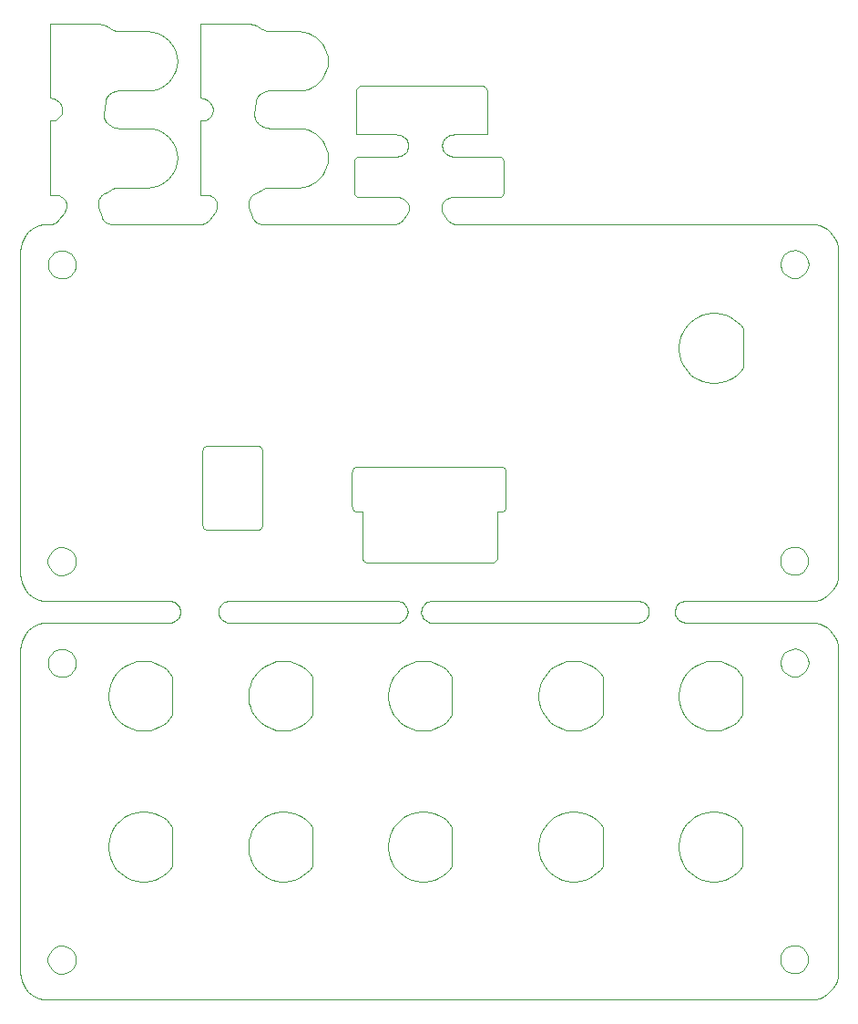
<source format=gko>
%MOIN*%
%OFA0B0*%
%FSLAX44Y44*%
%IPPOS*%
%LPD*%
%ADD10C,0*%
D10*
X00001685Y00015575D02*
X00001685Y00015575D01*
X00001574Y00015581D01*
X00001468Y00015611D01*
X00001370Y00015662D01*
X00001285Y00015734D01*
X00001218Y00015822D01*
X00001172Y00015923D01*
X00001148Y00016031D01*
X00001148Y00016141D01*
X00001172Y00016250D01*
X00001218Y00016350D01*
X00001285Y00016438D01*
X00001370Y00016510D01*
X00001468Y00016562D01*
X00001574Y00016591D01*
X00001685Y00016597D01*
X00001794Y00016579D01*
X00001897Y00016538D01*
X00001988Y00016476D01*
X00002064Y00016396D01*
X00002121Y00016301D01*
X00002157Y00016196D01*
X00002169Y00016086D01*
X00002157Y00015976D01*
X00002121Y00015871D01*
X00002064Y00015776D01*
X00001988Y00015696D01*
X00001897Y00015634D01*
X00001794Y00015593D01*
X00001685Y00015575D01*
X00028488Y00015591D02*
X00028488Y00015591D01*
X00028377Y00015597D01*
X00028271Y00015626D01*
X00028173Y00015678D01*
X00028089Y00015750D01*
X00028022Y00015838D01*
X00027975Y00015938D01*
X00027951Y00016047D01*
X00027951Y00016157D01*
X00027975Y00016265D01*
X00028022Y00016366D01*
X00028089Y00016454D01*
X00028173Y00016525D01*
X00028271Y00016577D01*
X00028377Y00016607D01*
X00028488Y00016613D01*
X00028597Y00016595D01*
X00028700Y00016554D01*
X00028791Y00016492D01*
X00028868Y00016412D01*
X00028925Y00016317D01*
X00028960Y00016212D01*
X00028972Y00016102D01*
X00028960Y00015992D01*
X00028925Y00015887D01*
X00028868Y00015792D01*
X00028791Y00015712D01*
X00028700Y00015650D01*
X00028597Y00015609D01*
X00028488Y00015591D01*
X00012854Y00016043D02*
X00012854Y00016043D01*
X00012823Y00016045D01*
X00012793Y00016052D01*
X00012764Y00016064D01*
X00012738Y00016080D01*
X00012715Y00016100D01*
X00012695Y00016124D01*
X00012678Y00016150D01*
X00012667Y00016179D01*
X00012659Y00016209D01*
X00012657Y00016240D01*
X00012657Y00017893D01*
X00012480Y00017893D01*
X00012449Y00017896D01*
X00012419Y00017903D01*
X00012390Y00017915D01*
X00012364Y00017931D01*
X00012341Y00017951D01*
X00012321Y00017974D01*
X00012304Y00018001D01*
X00012293Y00018029D01*
X00012285Y00018059D01*
X00012283Y00018090D01*
X00012283Y00019350D01*
X00012285Y00019381D01*
X00012293Y00019411D01*
X00012304Y00019439D01*
X00012321Y00019466D01*
X00012341Y00019489D01*
X00012364Y00019509D01*
X00012390Y00019525D01*
X00012419Y00019537D01*
X00012449Y00019544D01*
X00012480Y00019547D01*
X00017716Y00019547D01*
X00017747Y00019544D01*
X00017777Y00019537D01*
X00017805Y00019525D01*
X00017832Y00019509D01*
X00017855Y00019489D01*
X00017875Y00019466D01*
X00017891Y00019439D01*
X00017903Y00019411D01*
X00017910Y00019381D01*
X00017913Y00019350D01*
X00017913Y00018090D01*
X00017910Y00018059D01*
X00017903Y00018029D01*
X00017891Y00018001D01*
X00017875Y00017974D01*
X00017855Y00017951D01*
X00017832Y00017931D01*
X00017805Y00017915D01*
X00017777Y00017903D01*
X00017747Y00017896D01*
X00017716Y00017893D01*
X00017598Y00017893D01*
X00017598Y00016240D01*
X00017596Y00016209D01*
X00017588Y00016179D01*
X00017576Y00016150D01*
X00017560Y00016124D01*
X00017540Y00016100D01*
X00017517Y00016080D01*
X00017490Y00016064D01*
X00017462Y00016052D01*
X00017432Y00016045D01*
X00017401Y00016043D01*
X00012854Y00016043D01*
X00008799Y00017224D02*
X00008799Y00017224D01*
X00007007Y00017224D01*
X00006977Y00017226D01*
X00006947Y00017234D01*
X00006918Y00017245D01*
X00006892Y00017262D01*
X00006868Y00017282D01*
X00006848Y00017305D01*
X00006832Y00017331D01*
X00006820Y00017360D01*
X00006813Y00017390D01*
X00006811Y00017421D01*
X00006811Y00020118D01*
X00006813Y00020148D01*
X00006820Y00020178D01*
X00006832Y00020207D01*
X00006848Y00020233D01*
X00006868Y00020257D01*
X00006892Y00020277D01*
X00006918Y00020293D01*
X00006947Y00020305D01*
X00006977Y00020312D01*
X00007007Y00020314D01*
X00008799Y00020314D01*
X00008830Y00020312D01*
X00008860Y00020305D01*
X00008888Y00020293D01*
X00008914Y00020277D01*
X00008938Y00020257D01*
X00008958Y00020233D01*
X00008974Y00020207D01*
X00008986Y00020178D01*
X00008993Y00020148D01*
X00008996Y00020118D01*
X00008996Y00017421D01*
X00008993Y00017390D01*
X00008986Y00017360D01*
X00008974Y00017331D01*
X00008958Y00017305D01*
X00008938Y00017282D01*
X00008914Y00017262D01*
X00008888Y00017245D01*
X00008860Y00017234D01*
X00008830Y00017226D01*
X00008799Y00017224D01*
X00025608Y00022602D02*
X00025608Y00022602D01*
X00025440Y00022602D01*
X00025274Y00022624D01*
X00025113Y00022668D01*
X00024958Y00022732D01*
X00024813Y00022815D01*
X00024681Y00022917D01*
X00024563Y00023036D01*
X00024461Y00023168D01*
X00024377Y00023313D01*
X00024313Y00023468D01*
X00024270Y00023630D01*
X00024248Y00023795D01*
X00024248Y00023963D01*
X00024270Y00024129D01*
X00024313Y00024290D01*
X00024377Y00024445D01*
X00024461Y00024590D01*
X00024563Y00024722D01*
X00024681Y00024841D01*
X00024813Y00024943D01*
X00024958Y00025027D01*
X00025113Y00025091D01*
X00025274Y00025134D01*
X00025440Y00025156D01*
X00025608Y00025156D01*
X00025773Y00025135D01*
X00025935Y00025091D01*
X00026090Y00025028D01*
X00026235Y00024944D01*
X00026368Y00024842D01*
X00026486Y00024724D01*
X00026588Y00024592D01*
X00026588Y00023167D01*
X00026486Y00023034D01*
X00026368Y00022916D01*
X00026235Y00022814D01*
X00026090Y00022731D01*
X00025935Y00022667D01*
X00025773Y00022624D01*
X00025608Y00022602D01*
X00001689Y00026422D02*
X00001689Y00026422D01*
X00001578Y00026428D01*
X00001471Y00026457D01*
X00001374Y00026509D01*
X00001289Y00026581D01*
X00001222Y00026669D01*
X00001176Y00026769D01*
X00001152Y00026877D01*
X00001152Y00026988D01*
X00001176Y00027096D01*
X00001222Y00027196D01*
X00001289Y00027285D01*
X00001374Y00027356D01*
X00001471Y00027408D01*
X00001578Y00027438D01*
X00001689Y00027444D01*
X00001798Y00027426D01*
X00001901Y00027385D01*
X00001992Y00027323D01*
X00002068Y00027242D01*
X00002125Y00027147D01*
X00002161Y00027043D01*
X00002173Y00026933D01*
X00002161Y00026823D01*
X00002125Y00026718D01*
X00002068Y00026623D01*
X00001992Y00026542D01*
X00001901Y00026480D01*
X00001798Y00026439D01*
X00001689Y00026422D01*
X00028504Y00026433D02*
X00028504Y00026433D01*
X00028393Y00026439D01*
X00028286Y00026469D01*
X00028189Y00026521D01*
X00028104Y00026592D01*
X00028037Y00026681D01*
X00027991Y00026781D01*
X00027967Y00026889D01*
X00027967Y00027000D01*
X00027991Y00027108D01*
X00028037Y00027208D01*
X00028104Y00027296D01*
X00028189Y00027368D01*
X00028286Y00027420D01*
X00028393Y00027449D01*
X00028504Y00027455D01*
X00028613Y00027438D01*
X00028716Y00027397D01*
X00028807Y00027334D01*
X00028883Y00027254D01*
X00028940Y00027159D01*
X00028976Y00027054D01*
X00028988Y00026944D01*
X00028976Y00026834D01*
X00028940Y00026729D01*
X00028883Y00026635D01*
X00028807Y00026554D01*
X00028716Y00026492D01*
X00028613Y00026451D01*
X00028504Y00026433D01*
X00003496Y00028409D02*
X00003496Y00028409D01*
X00006740Y00028409D01*
X00006758Y00028409D01*
X00006776Y00028411D01*
X00006794Y00028413D01*
X00006812Y00028416D01*
X00006830Y00028419D01*
X00006848Y00028424D01*
X00006865Y00028429D01*
X00006882Y00028436D01*
X00006899Y00028443D01*
X00006916Y00028450D01*
X00006932Y00028459D01*
X00006947Y00028468D01*
X00006963Y00028478D01*
X00006977Y00028489D01*
X00006992Y00028500D01*
X00007005Y00028512D01*
X00007019Y00028525D01*
X00007031Y00028538D01*
X00007043Y00028552D01*
X00007054Y00028566D01*
X00007266Y00028848D01*
X00007290Y00028884D01*
X00007311Y00028923D01*
X00007326Y00028964D01*
X00007337Y00029006D01*
X00007344Y00029049D01*
X00007345Y00029092D01*
X00007342Y00029136D01*
X00007334Y00029179D01*
X00007321Y00029220D01*
X00007304Y00029260D01*
X00007282Y00029298D01*
X00007257Y00029333D01*
X00007227Y00029366D01*
X00007195Y00029394D01*
X00007159Y00029419D01*
X00007121Y00029440D01*
X00007080Y00029457D01*
X00007038Y00029469D01*
X00006995Y00029476D01*
X00006952Y00029478D01*
X00006736Y00029479D01*
X00006736Y00032191D01*
X00006797Y00032191D01*
X00006845Y00032194D01*
X00006893Y00032203D01*
X00006939Y00032218D01*
X00006983Y00032238D01*
X00007024Y00032263D01*
X00007062Y00032293D01*
X00007095Y00032328D01*
X00007125Y00032367D01*
X00007149Y00032409D01*
X00007168Y00032453D01*
X00007181Y00032499D01*
X00007189Y00032547D01*
X00007190Y00032596D01*
X00007186Y00032644D01*
X00007176Y00032691D01*
X00007160Y00032737D01*
X00007139Y00032780D01*
X00007112Y00032821D01*
X00007081Y00032857D01*
X00007045Y00032890D01*
X00006992Y00032934D01*
X00006981Y00032942D01*
X00006971Y00032950D01*
X00006960Y00032957D01*
X00006948Y00032964D01*
X00006937Y00032971D01*
X00006925Y00032978D01*
X00006913Y00032984D01*
X00006901Y00032989D01*
X00006888Y00032994D01*
X00006876Y00032999D01*
X00006863Y00033003D01*
X00006850Y00033007D01*
X00006837Y00033011D01*
X00006824Y00033014D01*
X00006811Y00033016D01*
X00006797Y00033018D01*
X00006784Y00033020D01*
X00006771Y00033021D01*
X00006757Y00033022D01*
X00006744Y00033022D01*
X00006736Y00033022D01*
X00006736Y00035734D01*
X00008487Y00035734D01*
X00008533Y00035732D01*
X00008578Y00035727D01*
X00008623Y00035719D01*
X00008667Y00035708D01*
X00008711Y00035694D01*
X00008754Y00035678D01*
X00008796Y00035659D01*
X00008836Y00035638D01*
X00008875Y00035614D01*
X00008913Y00035588D01*
X00008946Y00035564D01*
X00008981Y00035543D01*
X00009018Y00035524D01*
X00009055Y00035507D01*
X00009093Y00035493D01*
X00009133Y00035481D01*
X00009173Y00035472D01*
X00009213Y00035465D01*
X00009254Y00035461D01*
X00009295Y00035460D01*
X00010318Y00035460D01*
X00010488Y00035447D01*
X00010653Y00035407D01*
X00010810Y00035342D01*
X00010954Y00035253D01*
X00011084Y00035143D01*
X00011194Y00035014D01*
X00011283Y00034869D01*
X00011348Y00034712D01*
X00011387Y00034547D01*
X00011401Y00034378D01*
X00011387Y00034209D01*
X00011348Y00034044D01*
X00011283Y00033887D01*
X00011194Y00033742D01*
X00011084Y00033613D01*
X00010954Y00033502D01*
X00010810Y00033414D01*
X00010653Y00033349D01*
X00010488Y00033309D01*
X00010318Y00033296D01*
X00010318Y00033296D01*
X00009295Y00033296D01*
X00009255Y00033295D01*
X00009215Y00033291D01*
X00009175Y00033285D01*
X00009136Y00033276D01*
X00009098Y00033265D01*
X00009060Y00033251D01*
X00009024Y00033235D01*
X00008988Y00033217D01*
X00008954Y00033196D01*
X00008939Y00033186D01*
X00008939Y00033186D01*
X00008925Y00033176D01*
X00008912Y00033166D01*
X00008899Y00033155D01*
X00008887Y00033143D01*
X00008875Y00033131D01*
X00008864Y00033119D01*
X00008853Y00033106D01*
X00008843Y00033092D01*
X00008834Y00033079D01*
X00008825Y00033064D01*
X00008816Y00033050D01*
X00008809Y00033035D01*
X00008801Y00033019D01*
X00008795Y00033004D01*
X00008789Y00032988D01*
X00008784Y00032972D01*
X00008780Y00032956D01*
X00008776Y00032939D01*
X00008773Y00032923D01*
X00008771Y00032906D01*
X00008717Y00032432D01*
X00008716Y00032411D01*
X00008715Y00032390D01*
X00008715Y00032369D01*
X00008717Y00032348D01*
X00008720Y00032327D01*
X00008723Y00032306D01*
X00008728Y00032285D01*
X00008735Y00032265D01*
X00008742Y00032245D01*
X00008750Y00032226D01*
X00008759Y00032207D01*
X00008769Y00032188D01*
X00008781Y00032170D01*
X00008793Y00032153D01*
X00008806Y00032136D01*
X00008820Y00032120D01*
X00008835Y00032105D01*
X00008850Y00032091D01*
X00008867Y00032077D01*
X00008884Y00032065D01*
X00008884Y00032065D01*
X00008913Y00032045D01*
X00008946Y00032021D01*
X00008981Y00031999D01*
X00009018Y00031980D01*
X00009055Y00031964D01*
X00009093Y00031949D01*
X00009133Y00031938D01*
X00009173Y00031929D01*
X00009213Y00031922D01*
X00009254Y00031918D01*
X00009295Y00031917D01*
X00010318Y00031917D01*
X00010488Y00031904D01*
X00010653Y00031864D01*
X00010810Y00031799D01*
X00010954Y00031710D01*
X00011084Y00031600D01*
X00011194Y00031471D01*
X00011283Y00031326D01*
X00011348Y00031169D01*
X00011387Y00031004D01*
X00011401Y00030835D01*
X00011387Y00030665D01*
X00011348Y00030500D01*
X00011283Y00030343D01*
X00011194Y00030199D01*
X00011084Y00030069D01*
X00010954Y00029959D01*
X00010810Y00029870D01*
X00010653Y00029805D01*
X00010488Y00029766D01*
X00010318Y00029752D01*
X00010318Y00029753D01*
X00009295Y00029753D01*
X00009255Y00029752D01*
X00009215Y00029748D01*
X00009175Y00029742D01*
X00009136Y00029733D01*
X00009098Y00029721D01*
X00009060Y00029708D01*
X00009024Y00029692D01*
X00008988Y00029673D01*
X00008954Y00029653D01*
X00008921Y00029630D01*
X00008883Y00029603D01*
X00008843Y00029578D01*
X00008802Y00029556D01*
X00008760Y00029536D01*
X00008749Y00029532D01*
X00008722Y00029520D01*
X00008696Y00029507D01*
X00008671Y00029491D01*
X00008647Y00029473D01*
X00008624Y00029454D01*
X00008603Y00029433D01*
X00008584Y00029410D01*
X00008566Y00029386D01*
X00008551Y00029361D01*
X00008537Y00029335D01*
X00008525Y00029308D01*
X00008515Y00029280D01*
X00008508Y00029251D01*
X00008503Y00029222D01*
X00008499Y00029192D01*
X00008498Y00029163D01*
X00008500Y00029133D01*
X00008503Y00029104D01*
X00008509Y00029075D01*
X00008517Y00029046D01*
X00008632Y00028683D01*
X00008640Y00028660D01*
X00008650Y00028637D01*
X00008661Y00028615D01*
X00008674Y00028593D01*
X00008688Y00028573D01*
X00008703Y00028553D01*
X00008719Y00028534D01*
X00008737Y00028517D01*
X00008755Y00028500D01*
X00008775Y00028485D01*
X00008795Y00028471D01*
X00008817Y00028458D01*
X00008839Y00028447D01*
X00008862Y00028437D01*
X00008885Y00028428D01*
X00008909Y00028421D01*
X00008933Y00028416D01*
X00008958Y00028412D01*
X00008983Y00028410D01*
X00009007Y00028409D01*
X00013826Y00028409D01*
X00013826Y00028409D01*
X00013844Y00028409D01*
X00013862Y00028411D01*
X00013880Y00028413D01*
X00013898Y00028416D01*
X00013916Y00028419D01*
X00013933Y00028424D01*
X00013951Y00028429D01*
X00013968Y00028435D01*
X00013984Y00028442D01*
X00014001Y00028450D01*
X00014017Y00028458D01*
X00014032Y00028467D01*
X00014048Y00028477D01*
X00014062Y00028488D01*
X00014076Y00028499D01*
X00014090Y00028510D01*
X00014103Y00028523D01*
X00014116Y00028536D01*
X00014128Y00028549D01*
X00014139Y00028564D01*
X00014287Y00028756D01*
X00014311Y00028793D01*
X00014332Y00028831D01*
X00014348Y00028872D01*
X00014359Y00028914D01*
X00014366Y00028958D01*
X00014367Y00029001D01*
X00014364Y00029045D01*
X00014356Y00029088D01*
X00014344Y00029130D01*
X00014327Y00029170D01*
X00014305Y00029208D01*
X00014279Y00029244D01*
X00014250Y00029276D01*
X00014217Y00029305D01*
X00014181Y00029330D01*
X00014143Y00029351D01*
X00014103Y00029368D01*
X00014061Y00029380D01*
X00014017Y00029387D01*
X00013974Y00029389D01*
X00012559Y00029389D01*
X00012528Y00029392D01*
X00012498Y00029399D01*
X00012469Y00029411D01*
X00012443Y00029427D01*
X00012419Y00029447D01*
X00012399Y00029470D01*
X00012383Y00029497D01*
X00012371Y00029525D01*
X00012364Y00029555D01*
X00012362Y00029586D01*
X00012362Y00030688D01*
X00012364Y00030719D01*
X00012371Y00030749D01*
X00012383Y00030778D01*
X00012399Y00030804D01*
X00012419Y00030828D01*
X00012443Y00030848D01*
X00012469Y00030864D01*
X00012498Y00030876D01*
X00012528Y00030883D01*
X00012559Y00030885D01*
X00013949Y00030885D01*
X00014008Y00030890D01*
X00014066Y00030903D01*
X00014121Y00030925D01*
X00014172Y00030955D01*
X00014218Y00030992D01*
X00014258Y00031036D01*
X00014291Y00031085D01*
X00014317Y00031138D01*
X00014334Y00031195D01*
X00014342Y00031254D01*
X00014341Y00031313D01*
X00014332Y00031372D01*
X00014313Y00031428D01*
X00014287Y00031481D01*
X00014253Y00031530D01*
X00014212Y00031572D01*
X00014165Y00031608D01*
X00014113Y00031637D01*
X00014057Y00031658D01*
X00013999Y00031670D01*
X00013846Y00031689D01*
X00013843Y00031690D01*
X00013841Y00031690D01*
X00013838Y00031690D01*
X00013836Y00031690D01*
X00013833Y00031691D01*
X00013831Y00031691D01*
X00013828Y00031691D01*
X00013826Y00031691D01*
X00013823Y00031691D01*
X00013821Y00031692D01*
X00013818Y00031692D01*
X00013816Y00031692D01*
X00013813Y00031692D01*
X00013811Y00031692D01*
X00013808Y00031692D01*
X00013806Y00031692D01*
X00013803Y00031692D01*
X00013801Y00031692D01*
X00013798Y00031692D01*
X00013796Y00031692D01*
X00012440Y00031692D01*
X00012440Y00033267D01*
X00012443Y00033298D01*
X00012450Y00033328D01*
X00012462Y00033357D01*
X00012478Y00033383D01*
X00012498Y00033406D01*
X00012522Y00033426D01*
X00012548Y00033443D01*
X00012576Y00033454D01*
X00012607Y00033462D01*
X00012637Y00033464D01*
X00017027Y00033464D01*
X00017058Y00033462D01*
X00017088Y00033454D01*
X00017116Y00033443D01*
X00017143Y00033426D01*
X00017166Y00033406D01*
X00017186Y00033383D01*
X00017202Y00033357D01*
X00017214Y00033328D01*
X00017221Y00033298D01*
X00017224Y00033267D01*
X00017224Y00031692D01*
X00016125Y00031692D01*
X00016122Y00031692D01*
X00016120Y00031692D01*
X00016117Y00031692D01*
X00016115Y00031692D01*
X00016112Y00031692D01*
X00016110Y00031692D01*
X00016107Y00031692D01*
X00016105Y00031692D01*
X00016102Y00031692D01*
X00016100Y00031692D01*
X00016097Y00031691D01*
X00016095Y00031691D01*
X00016092Y00031691D01*
X00016090Y00031691D01*
X00016087Y00031691D01*
X00016085Y00031690D01*
X00016082Y00031690D01*
X00016080Y00031690D01*
X00016077Y00031690D01*
X00016075Y00031689D01*
X00015921Y00031670D01*
X00015863Y00031658D01*
X00015808Y00031637D01*
X00015756Y00031608D01*
X00015709Y00031572D01*
X00015668Y00031530D01*
X00015633Y00031481D01*
X00015607Y00031428D01*
X00015589Y00031372D01*
X00015579Y00031313D01*
X00015578Y00031254D01*
X00015587Y00031195D01*
X00015604Y00031138D01*
X00015629Y00031085D01*
X00015662Y00031036D01*
X00015702Y00030992D01*
X00015748Y00030955D01*
X00015799Y00030925D01*
X00015855Y00030903D01*
X00015912Y00030890D01*
X00015971Y00030885D01*
X00017637Y00030885D01*
X00017668Y00030883D01*
X00017698Y00030876D01*
X00017727Y00030864D01*
X00017753Y00030848D01*
X00017776Y00030828D01*
X00017797Y00030804D01*
X00017813Y00030778D01*
X00017825Y00030749D01*
X00017832Y00030719D01*
X00017834Y00030688D01*
X00017834Y00029586D01*
X00017832Y00029555D01*
X00017825Y00029525D01*
X00017813Y00029497D01*
X00017797Y00029470D01*
X00017776Y00029447D01*
X00017753Y00029427D01*
X00017727Y00029411D01*
X00017698Y00029399D01*
X00017668Y00029392D01*
X00017637Y00029389D01*
X00015947Y00029389D01*
X00015903Y00029387D01*
X00015860Y00029380D01*
X00015818Y00029368D01*
X00015777Y00029351D01*
X00015739Y00029330D01*
X00015703Y00029305D01*
X00015670Y00029276D01*
X00015641Y00029244D01*
X00015615Y00029208D01*
X00015594Y00029170D01*
X00015576Y00029130D01*
X00015564Y00029088D01*
X00015556Y00029045D01*
X00015553Y00029001D01*
X00015555Y00028958D01*
X00015561Y00028914D01*
X00015573Y00028872D01*
X00015589Y00028831D01*
X00015609Y00028793D01*
X00015634Y00028756D01*
X00015781Y00028564D01*
X00015792Y00028549D01*
X00015804Y00028536D01*
X00015817Y00028523D01*
X00015830Y00028510D01*
X00015844Y00028499D01*
X00015858Y00028488D01*
X00015873Y00028477D01*
X00015888Y00028467D01*
X00015904Y00028458D01*
X00015920Y00028450D01*
X00015936Y00028442D01*
X00015953Y00028435D01*
X00015970Y00028429D01*
X00015987Y00028424D01*
X00016004Y00028419D01*
X00016022Y00028416D01*
X00016040Y00028413D01*
X00016058Y00028411D01*
X00016076Y00028409D01*
X00016094Y00028409D01*
X00029086Y00028409D01*
X00029086Y00028409D01*
X00029239Y00028397D01*
X00029389Y00028361D01*
X00029531Y00028302D01*
X00029662Y00028222D01*
X00029779Y00028122D01*
X00029879Y00028005D01*
X00029960Y00027874D01*
X00030018Y00027732D01*
X00030054Y00027582D01*
X00030066Y00027429D01*
X00030066Y00015614D01*
X00030054Y00015460D01*
X00030018Y00015311D01*
X00029960Y00015169D01*
X00029879Y00015037D01*
X00029779Y00014920D01*
X00029662Y00014821D01*
X00029531Y00014740D01*
X00029389Y00014681D01*
X00029239Y00014645D01*
X00029086Y00014633D01*
X00024492Y00014633D01*
X00024431Y00014628D01*
X00024372Y00014614D01*
X00024316Y00014591D01*
X00024264Y00014560D01*
X00024217Y00014521D01*
X00024177Y00014476D01*
X00024145Y00014425D01*
X00024120Y00014369D01*
X00024105Y00014311D01*
X00024098Y00014250D01*
X00024101Y00014190D01*
X00024113Y00014130D01*
X00024135Y00014074D01*
X00024164Y00014021D01*
X00024202Y00013973D01*
X00024246Y00013932D01*
X00024296Y00013897D01*
X00024351Y00013871D01*
X00024409Y00013854D01*
X00024469Y00013846D01*
X00024526Y00013843D01*
X00024527Y00013843D01*
X00024528Y00013843D01*
X00024529Y00013842D01*
X00024530Y00013842D01*
X00024532Y00013842D01*
X00024533Y00013842D01*
X00024534Y00013842D01*
X00024535Y00013842D01*
X00024536Y00013842D01*
X00024537Y00013842D01*
X00024538Y00013842D01*
X00024539Y00013842D01*
X00024541Y00013842D01*
X00024542Y00013842D01*
X00024543Y00013842D01*
X00024544Y00013842D01*
X00024545Y00013842D01*
X00024546Y00013842D01*
X00024547Y00013842D01*
X00024549Y00013842D01*
X00029086Y00013842D01*
X00029086Y00013842D01*
X00029239Y00013830D01*
X00029389Y00013794D01*
X00029531Y00013735D01*
X00029662Y00013655D01*
X00029779Y00013555D01*
X00029879Y00013438D01*
X00029960Y00013307D01*
X00030018Y00013165D01*
X00030054Y00013015D01*
X00030066Y00012862D01*
X00030066Y00001047D01*
X00030054Y00000893D01*
X00030018Y00000744D01*
X00029960Y00000602D01*
X00029879Y00000471D01*
X00029779Y00000354D01*
X00029662Y00000254D01*
X00029531Y00000173D01*
X00029389Y00000114D01*
X00029239Y00000078D01*
X00029086Y00000066D01*
X00001129Y00000062D01*
X00001129Y00000062D01*
X00000976Y00000075D01*
X00000826Y00000110D01*
X00000684Y00000169D01*
X00000553Y00000250D01*
X00000436Y00000350D01*
X00000336Y00000467D01*
X00000256Y00000598D01*
X00000197Y00000740D01*
X00000161Y00000889D01*
X00000149Y00001043D01*
X00000149Y00012862D01*
X00000161Y00013015D01*
X00000197Y00013165D01*
X00000256Y00013307D01*
X00000336Y00013438D01*
X00000436Y00013555D01*
X00000553Y00013655D01*
X00000684Y00013735D01*
X00000826Y00013794D01*
X00000976Y00013830D01*
X00001129Y00013842D01*
X00005559Y00013842D01*
X00005559Y00013842D01*
X00005559Y00013842D01*
X00005559Y00013842D01*
X00005559Y00013842D01*
X00005560Y00013842D01*
X00005560Y00013842D01*
X00005560Y00013842D01*
X00005560Y00013842D01*
X00005561Y00013842D01*
X00005561Y00013842D01*
X00005561Y00013842D01*
X00005562Y00013842D01*
X00005562Y00013842D01*
X00005562Y00013842D01*
X00005562Y00013842D01*
X00005563Y00013842D01*
X00005563Y00013842D01*
X00005563Y00013842D01*
X00005564Y00013842D01*
X00005564Y00013842D01*
X00005564Y00013842D01*
X00005609Y00013843D01*
X00005670Y00013848D01*
X00005730Y00013863D01*
X00005786Y00013888D01*
X00005838Y00013920D01*
X00005885Y00013961D01*
X00005924Y00014008D01*
X00005956Y00014061D01*
X00005979Y00014118D01*
X00005993Y00014178D01*
X00005997Y00014239D01*
X00005992Y00014300D01*
X00005977Y00014360D01*
X00005953Y00014417D01*
X00005921Y00014469D01*
X00005881Y00014516D01*
X00005834Y00014556D01*
X00005781Y00014588D01*
X00005725Y00014611D01*
X00005665Y00014625D01*
X00005603Y00014630D01*
X00005603Y00014630D01*
X00001129Y00014629D01*
X00001129Y00014629D01*
X00000976Y00014641D01*
X00000826Y00014677D01*
X00000684Y00014736D01*
X00000553Y00014817D01*
X00000436Y00014917D01*
X00000336Y00015034D01*
X00000256Y00015165D01*
X00000197Y00015307D01*
X00000161Y00015456D01*
X00000149Y00015610D01*
X00000149Y00027429D01*
X00000161Y00027582D01*
X00000197Y00027732D01*
X00000256Y00027874D01*
X00000336Y00028005D01*
X00000436Y00028122D01*
X00000553Y00028222D01*
X00000684Y00028302D01*
X00000826Y00028361D01*
X00000976Y00028397D01*
X00001129Y00028409D01*
X00001228Y00028409D01*
X00001228Y00028409D01*
X00001246Y00028409D01*
X00001264Y00028411D01*
X00001282Y00028413D01*
X00001300Y00028416D01*
X00001318Y00028419D01*
X00001336Y00028424D01*
X00001353Y00028429D01*
X00001370Y00028436D01*
X00001387Y00028443D01*
X00001404Y00028450D01*
X00001420Y00028459D01*
X00001436Y00028468D01*
X00001451Y00028478D01*
X00001466Y00028489D01*
X00001480Y00028500D01*
X00001494Y00028512D01*
X00001507Y00028525D01*
X00001519Y00028538D01*
X00001531Y00028552D01*
X00001543Y00028566D01*
X00001754Y00028848D01*
X00001779Y00028884D01*
X00001799Y00028923D01*
X00001814Y00028964D01*
X00001825Y00029006D01*
X00001832Y00029049D01*
X00001833Y00029092D01*
X00001830Y00029136D01*
X00001822Y00029179D01*
X00001809Y00029220D01*
X00001792Y00029260D01*
X00001770Y00029298D01*
X00001745Y00029333D01*
X00001715Y00029366D01*
X00001683Y00029394D01*
X00001647Y00029419D01*
X00001609Y00029440D01*
X00001568Y00029457D01*
X00001527Y00029469D01*
X00001484Y00029476D01*
X00001440Y00029478D01*
X00001224Y00029479D01*
X00001224Y00032191D01*
X00001285Y00032191D01*
X00001333Y00032194D01*
X00001381Y00032203D01*
X00001427Y00032218D01*
X00001471Y00032238D01*
X00001512Y00032263D01*
X00001550Y00032293D01*
X00001584Y00032328D01*
X00001613Y00032367D01*
X00001637Y00032409D01*
X00001656Y00032453D01*
X00001669Y00032499D01*
X00001677Y00032547D01*
X00001679Y00032596D01*
X00001674Y00032644D01*
X00001664Y00032691D01*
X00001648Y00032737D01*
X00001627Y00032780D01*
X00001600Y00032821D01*
X00001569Y00032857D01*
X00001533Y00032890D01*
X00001480Y00032934D01*
X00001470Y00032942D01*
X00001459Y00032950D01*
X00001448Y00032957D01*
X00001436Y00032964D01*
X00001425Y00032971D01*
X00001413Y00032978D01*
X00001401Y00032984D01*
X00001389Y00032989D01*
X00001376Y00032994D01*
X00001364Y00032999D01*
X00001351Y00033003D01*
X00001338Y00033007D01*
X00001325Y00033011D01*
X00001312Y00033014D01*
X00001299Y00033016D01*
X00001286Y00033018D01*
X00001272Y00033020D01*
X00001259Y00033021D01*
X00001246Y00033022D01*
X00001232Y00033022D01*
X00001224Y00033022D01*
X00001224Y00035734D01*
X00002975Y00035734D01*
X00003021Y00035732D01*
X00003066Y00035727D01*
X00003111Y00035719D01*
X00003156Y00035708D01*
X00003199Y00035694D01*
X00003242Y00035678D01*
X00003284Y00035659D01*
X00003324Y00035638D01*
X00003364Y00035614D01*
X00003401Y00035588D01*
X00003435Y00035564D01*
X00003469Y00035543D01*
X00003506Y00035524D01*
X00003543Y00035507D01*
X00003582Y00035493D01*
X00003621Y00035481D01*
X00003661Y00035472D01*
X00003701Y00035465D01*
X00003742Y00035461D01*
X00003783Y00035460D01*
X00004807Y00035460D01*
X00004976Y00035447D01*
X00005141Y00035407D01*
X00005298Y00035342D01*
X00005443Y00035253D01*
X00005572Y00035143D01*
X00005682Y00035014D01*
X00005771Y00034869D01*
X00005836Y00034712D01*
X00005875Y00034547D01*
X00005889Y00034378D01*
X00005875Y00034209D01*
X00005836Y00034044D01*
X00005771Y00033887D01*
X00005682Y00033742D01*
X00005572Y00033613D01*
X00005443Y00033502D01*
X00005298Y00033414D01*
X00005141Y00033349D01*
X00004976Y00033309D01*
X00004807Y00033296D01*
X00004807Y00033296D01*
X00003783Y00033296D01*
X00003743Y00033295D01*
X00003703Y00033291D01*
X00003664Y00033285D01*
X00003625Y00033276D01*
X00003586Y00033265D01*
X00003549Y00033251D01*
X00003512Y00033235D01*
X00003476Y00033217D01*
X00003442Y00033196D01*
X00003427Y00033186D01*
X00003427Y00033186D01*
X00003414Y00033176D01*
X00003400Y00033166D01*
X00003388Y00033155D01*
X00003375Y00033143D01*
X00003364Y00033131D01*
X00003352Y00033119D01*
X00003342Y00033106D01*
X00003331Y00033092D01*
X00003322Y00033079D01*
X00003313Y00033064D01*
X00003304Y00033050D01*
X00003297Y00033035D01*
X00003290Y00033019D01*
X00003283Y00033004D01*
X00003278Y00032988D01*
X00003272Y00032972D01*
X00003268Y00032956D01*
X00003264Y00032939D01*
X00003261Y00032923D01*
X00003259Y00032906D01*
X00003206Y00032432D01*
X00003204Y00032411D01*
X00003203Y00032390D01*
X00003203Y00032369D01*
X00003205Y00032348D01*
X00003208Y00032327D01*
X00003212Y00032306D01*
X00003217Y00032285D01*
X00003223Y00032265D01*
X00003230Y00032245D01*
X00003238Y00032226D01*
X00003247Y00032207D01*
X00003258Y00032188D01*
X00003269Y00032170D01*
X00003281Y00032153D01*
X00003294Y00032136D01*
X00003308Y00032120D01*
X00003323Y00032105D01*
X00003339Y00032091D01*
X00003355Y00032077D01*
X00003372Y00032065D01*
X00003372Y00032065D01*
X00003401Y00032045D01*
X00003435Y00032021D01*
X00003469Y00031999D01*
X00003506Y00031980D01*
X00003543Y00031964D01*
X00003582Y00031949D01*
X00003621Y00031938D01*
X00003661Y00031929D01*
X00003701Y00031922D01*
X00003742Y00031918D01*
X00003783Y00031917D01*
X00004807Y00031917D01*
X00004976Y00031904D01*
X00005141Y00031864D01*
X00005298Y00031799D01*
X00005443Y00031710D01*
X00005572Y00031600D01*
X00005682Y00031471D01*
X00005771Y00031326D01*
X00005836Y00031169D01*
X00005875Y00031004D01*
X00005889Y00030835D01*
X00005875Y00030665D01*
X00005836Y00030500D01*
X00005771Y00030343D01*
X00005682Y00030199D01*
X00005572Y00030069D01*
X00005443Y00029959D01*
X00005298Y00029870D01*
X00005141Y00029805D01*
X00004976Y00029766D01*
X00004807Y00029752D01*
X00004807Y00029753D01*
X00003783Y00029753D01*
X00003743Y00029752D01*
X00003703Y00029748D01*
X00003664Y00029742D01*
X00003625Y00029733D01*
X00003586Y00029721D01*
X00003549Y00029708D01*
X00003512Y00029692D01*
X00003476Y00029673D01*
X00003442Y00029653D01*
X00003409Y00029630D01*
X00003371Y00029603D01*
X00003331Y00029578D01*
X00003290Y00029556D01*
X00003248Y00029536D01*
X00003238Y00029532D01*
X00003238Y00029532D01*
X00003210Y00029520D01*
X00003184Y00029507D01*
X00003159Y00029491D01*
X00003135Y00029473D01*
X00003113Y00029454D01*
X00003092Y00029433D01*
X00003072Y00029410D01*
X00003055Y00029386D01*
X00003039Y00029361D01*
X00003025Y00029335D01*
X00003013Y00029308D01*
X00003004Y00029280D01*
X00002996Y00029251D01*
X00002991Y00029222D01*
X00002988Y00029192D01*
X00002987Y00029163D01*
X00002988Y00029133D01*
X00002991Y00029104D01*
X00002997Y00029075D01*
X00003005Y00029046D01*
X00003120Y00028683D01*
X00003129Y00028660D01*
X00003138Y00028637D01*
X00003150Y00028615D01*
X00003162Y00028593D01*
X00003176Y00028573D01*
X00003191Y00028553D01*
X00003207Y00028534D01*
X00003225Y00028517D01*
X00003244Y00028500D01*
X00003263Y00028485D01*
X00003284Y00028471D01*
X00003305Y00028458D01*
X00003327Y00028447D01*
X00003350Y00028437D01*
X00003373Y00028428D01*
X00003397Y00028421D01*
X00003421Y00028416D01*
X00003446Y00028412D01*
X00003471Y00028410D01*
X00003496Y00028409D01*
X00007781Y00014630D02*
X00007781Y00014630D01*
X00013926Y00014631D01*
X00013926Y00014631D01*
X00013987Y00014626D01*
X00014047Y00014612D01*
X00014104Y00014589D01*
X00014156Y00014557D01*
X00014203Y00014518D01*
X00014243Y00014471D01*
X00014276Y00014419D01*
X00014300Y00014363D01*
X00014314Y00014303D01*
X00014320Y00014242D01*
X00014316Y00014181D01*
X00014303Y00014121D01*
X00014280Y00014064D01*
X00014249Y00014012D01*
X00014210Y00013964D01*
X00014164Y00013924D01*
X00014112Y00013890D01*
X00014056Y00013866D01*
X00013997Y00013850D01*
X00013936Y00013844D01*
X00013861Y00013842D01*
X00013861Y00013842D01*
X00013860Y00013842D01*
X00013860Y00013842D01*
X00013859Y00013842D01*
X00013859Y00013842D01*
X00013859Y00013842D01*
X00013858Y00013842D01*
X00013858Y00013842D01*
X00013857Y00013842D01*
X00013857Y00013842D01*
X00013856Y00013842D01*
X00013856Y00013842D01*
X00013855Y00013842D01*
X00013855Y00013842D01*
X00013854Y00013842D01*
X00013854Y00013842D01*
X00013853Y00013842D01*
X00013853Y00013842D01*
X00013852Y00013842D01*
X00013852Y00013842D01*
X00013852Y00013842D01*
X00007826Y00013842D01*
X00007826Y00013842D01*
X00007826Y00013842D01*
X00007825Y00013842D01*
X00007825Y00013842D01*
X00007825Y00013842D01*
X00007824Y00013842D01*
X00007824Y00013842D01*
X00007823Y00013842D01*
X00007823Y00013842D01*
X00007823Y00013842D01*
X00007822Y00013842D01*
X00007822Y00013842D01*
X00007821Y00013842D01*
X00007821Y00013842D01*
X00007821Y00013842D01*
X00007820Y00013842D01*
X00007820Y00013842D01*
X00007819Y00013842D01*
X00007819Y00013842D01*
X00007818Y00013842D01*
X00007818Y00013842D01*
X00007773Y00013843D01*
X00007712Y00013849D01*
X00007653Y00013865D01*
X00007596Y00013889D01*
X00007545Y00013922D01*
X00007499Y00013963D01*
X00007459Y00014010D01*
X00007428Y00014063D01*
X00007405Y00014120D01*
X00007392Y00014180D01*
X00007388Y00014241D01*
X00007393Y00014302D01*
X00007408Y00014361D01*
X00007432Y00014418D01*
X00007464Y00014470D01*
X00007504Y00014516D01*
X00007551Y00014556D01*
X00007604Y00014588D01*
X00007660Y00014611D01*
X00007720Y00014626D01*
X00007781Y00014630D01*
X00001685Y00001008D02*
X00001685Y00001008D01*
X00001574Y00001014D01*
X00001468Y00001044D01*
X00001370Y00001096D01*
X00001285Y00001167D01*
X00001218Y00001255D01*
X00001172Y00001356D01*
X00001148Y00001464D01*
X00001148Y00001575D01*
X00001172Y00001683D01*
X00001218Y00001783D01*
X00001285Y00001871D01*
X00001370Y00001943D01*
X00001468Y00001995D01*
X00001574Y00002024D01*
X00001685Y00002030D01*
X00001794Y00002012D01*
X00001897Y00001971D01*
X00001988Y00001909D01*
X00002064Y00001829D01*
X00002121Y00001734D01*
X00002157Y00001629D01*
X00002169Y00001519D01*
X00002157Y00001409D01*
X00002121Y00001304D01*
X00002064Y00001209D01*
X00001988Y00001129D01*
X00001897Y00001067D01*
X00001794Y00001026D01*
X00001685Y00001008D01*
X00028488Y00001024D02*
X00028488Y00001024D01*
X00028377Y00001030D01*
X00028271Y00001059D01*
X00028173Y00001111D01*
X00028089Y00001183D01*
X00028022Y00001271D01*
X00027975Y00001372D01*
X00027951Y00001480D01*
X00027951Y00001590D01*
X00027975Y00001698D01*
X00028022Y00001799D01*
X00028089Y00001887D01*
X00028173Y00001959D01*
X00028271Y00002010D01*
X00028377Y00002040D01*
X00028488Y00002046D01*
X00028597Y00002028D01*
X00028700Y00001987D01*
X00028791Y00001925D01*
X00028868Y00001845D01*
X00028925Y00001750D01*
X00028960Y00001645D01*
X00028972Y00001535D01*
X00028960Y00001425D01*
X00028925Y00001320D01*
X00028868Y00001225D01*
X00028791Y00001145D01*
X00028700Y00001083D01*
X00028597Y00001042D01*
X00028488Y00001024D01*
X00004728Y00004380D02*
X00004728Y00004380D01*
X00004560Y00004380D01*
X00004394Y00004402D01*
X00004233Y00004445D01*
X00004078Y00004510D01*
X00003934Y00004593D01*
X00003801Y00004695D01*
X00003683Y00004814D01*
X00003581Y00004946D01*
X00003497Y00005091D01*
X00003433Y00005246D01*
X00003390Y00005407D01*
X00003368Y00005573D01*
X00003368Y00005741D01*
X00003390Y00005907D01*
X00003433Y00006068D01*
X00003497Y00006223D01*
X00003581Y00006368D01*
X00003683Y00006500D01*
X00003801Y00006619D01*
X00003934Y00006721D01*
X00004078Y00006804D01*
X00004233Y00006869D01*
X00004394Y00006912D01*
X00004560Y00006934D01*
X00004728Y00006934D01*
X00004894Y00006912D01*
X00005055Y00006869D01*
X00005210Y00006805D01*
X00005355Y00006722D01*
X00005488Y00006620D01*
X00005606Y00006502D01*
X00005708Y00006370D01*
X00005708Y00004944D01*
X00005606Y00004812D01*
X00005488Y00004694D01*
X00005355Y00004592D01*
X00005210Y00004509D01*
X00005055Y00004445D01*
X00004894Y00004402D01*
X00004728Y00004380D01*
X00009846Y00004380D02*
X00009846Y00004380D01*
X00009678Y00004380D01*
X00009513Y00004402D01*
X00009351Y00004445D01*
X00009197Y00004510D01*
X00009052Y00004593D01*
X00008919Y00004695D01*
X00008801Y00004814D01*
X00008699Y00004946D01*
X00008615Y00005091D01*
X00008551Y00005246D01*
X00008508Y00005407D01*
X00008486Y00005573D01*
X00008486Y00005741D01*
X00008508Y00005907D01*
X00008551Y00006068D01*
X00008615Y00006223D01*
X00008699Y00006368D01*
X00008801Y00006500D01*
X00008919Y00006619D01*
X00009052Y00006721D01*
X00009197Y00006804D01*
X00009351Y00006869D01*
X00009513Y00006912D01*
X00009678Y00006934D01*
X00009846Y00006934D01*
X00010012Y00006912D01*
X00010173Y00006869D01*
X00010328Y00006805D01*
X00010473Y00006722D01*
X00010606Y00006620D01*
X00010724Y00006502D01*
X00010826Y00006370D01*
X00010826Y00004944D01*
X00010724Y00004812D01*
X00010606Y00004694D01*
X00010473Y00004592D01*
X00010328Y00004509D01*
X00010173Y00004445D01*
X00010012Y00004402D01*
X00009846Y00004380D01*
X00014964Y00004380D02*
X00014964Y00004380D01*
X00014797Y00004380D01*
X00014631Y00004402D01*
X00014469Y00004445D01*
X00014315Y00004510D01*
X00014170Y00004593D01*
X00014037Y00004695D01*
X00013919Y00004814D01*
X00013817Y00004946D01*
X00013733Y00005091D01*
X00013669Y00005246D01*
X00013626Y00005407D01*
X00013604Y00005573D01*
X00013604Y00005741D01*
X00013626Y00005907D01*
X00013669Y00006068D01*
X00013733Y00006223D01*
X00013817Y00006368D01*
X00013919Y00006500D01*
X00014037Y00006619D01*
X00014170Y00006721D01*
X00014315Y00006804D01*
X00014469Y00006869D01*
X00014631Y00006912D01*
X00014797Y00006934D01*
X00014964Y00006934D01*
X00015130Y00006912D01*
X00015291Y00006869D01*
X00015446Y00006805D01*
X00015591Y00006722D01*
X00015724Y00006620D01*
X00015842Y00006502D01*
X00015944Y00006370D01*
X00015944Y00004944D01*
X00015842Y00004812D01*
X00015724Y00004694D01*
X00015591Y00004592D01*
X00015446Y00004509D01*
X00015291Y00004445D01*
X00015130Y00004402D01*
X00014964Y00004380D01*
X00020476Y00004380D02*
X00020476Y00004380D01*
X00020308Y00004380D01*
X00020143Y00004402D01*
X00019981Y00004445D01*
X00019826Y00004510D01*
X00019682Y00004593D01*
X00019549Y00004695D01*
X00019431Y00004814D01*
X00019329Y00004946D01*
X00019245Y00005091D01*
X00019181Y00005246D01*
X00019138Y00005407D01*
X00019116Y00005573D01*
X00019116Y00005741D01*
X00019138Y00005907D01*
X00019181Y00006068D01*
X00019245Y00006223D01*
X00019329Y00006368D01*
X00019431Y00006500D01*
X00019549Y00006619D01*
X00019682Y00006721D01*
X00019826Y00006804D01*
X00019981Y00006869D01*
X00020143Y00006912D01*
X00020308Y00006934D01*
X00020476Y00006934D01*
X00020642Y00006912D01*
X00020803Y00006869D01*
X00020958Y00006805D01*
X00021103Y00006722D01*
X00021236Y00006620D01*
X00021354Y00006502D01*
X00021456Y00006370D01*
X00021456Y00004944D01*
X00021354Y00004812D01*
X00021236Y00004694D01*
X00021103Y00004592D01*
X00020958Y00004509D01*
X00020803Y00004445D01*
X00020642Y00004402D01*
X00020476Y00004380D01*
X00025594Y00004380D02*
X00025594Y00004380D01*
X00025426Y00004380D01*
X00025261Y00004402D01*
X00025099Y00004445D01*
X00024945Y00004510D01*
X00024800Y00004593D01*
X00024667Y00004695D01*
X00024549Y00004814D01*
X00024447Y00004946D01*
X00024363Y00005091D01*
X00024299Y00005246D01*
X00024256Y00005407D01*
X00024234Y00005573D01*
X00024234Y00005741D01*
X00024256Y00005907D01*
X00024299Y00006068D01*
X00024363Y00006223D01*
X00024447Y00006368D01*
X00024549Y00006500D01*
X00024667Y00006619D01*
X00024800Y00006721D01*
X00024945Y00006804D01*
X00025099Y00006869D01*
X00025261Y00006912D01*
X00025426Y00006934D01*
X00025594Y00006934D01*
X00025760Y00006912D01*
X00025921Y00006869D01*
X00026076Y00006805D01*
X00026221Y00006722D01*
X00026354Y00006620D01*
X00026472Y00006502D01*
X00026574Y00006370D01*
X00026574Y00004944D01*
X00026472Y00004812D01*
X00026354Y00004694D01*
X00026221Y00004592D01*
X00026076Y00004509D01*
X00025921Y00004445D01*
X00025760Y00004402D01*
X00025594Y00004380D01*
X00004728Y00009892D02*
X00004728Y00009892D01*
X00004560Y00009892D01*
X00004394Y00009914D01*
X00004233Y00009957D01*
X00004078Y00010021D01*
X00003934Y00010105D01*
X00003801Y00010207D01*
X00003683Y00010325D01*
X00003581Y00010458D01*
X00003497Y00010603D01*
X00003433Y00010758D01*
X00003390Y00010919D01*
X00003368Y00011085D01*
X00003368Y00011252D01*
X00003390Y00011418D01*
X00003433Y00011580D01*
X00003497Y00011735D01*
X00003581Y00011879D01*
X00003683Y00012012D01*
X00003801Y00012131D01*
X00003934Y00012232D01*
X00004078Y00012316D01*
X00004233Y00012380D01*
X00004394Y00012424D01*
X00004560Y00012446D01*
X00004728Y00012446D01*
X00004894Y00012424D01*
X00005055Y00012381D01*
X00005210Y00012317D01*
X00005355Y00012234D01*
X00005488Y00012132D01*
X00005606Y00012014D01*
X00005708Y00011881D01*
X00005708Y00010456D01*
X00005606Y00010324D01*
X00005488Y00010205D01*
X00005355Y00010104D01*
X00005210Y00010020D01*
X00005055Y00009957D01*
X00004894Y00009913D01*
X00004728Y00009892D01*
X00009846Y00009892D02*
X00009846Y00009892D01*
X00009678Y00009892D01*
X00009513Y00009914D01*
X00009351Y00009957D01*
X00009197Y00010021D01*
X00009052Y00010105D01*
X00008919Y00010207D01*
X00008801Y00010325D01*
X00008699Y00010458D01*
X00008615Y00010603D01*
X00008551Y00010758D01*
X00008508Y00010919D01*
X00008486Y00011085D01*
X00008486Y00011252D01*
X00008508Y00011418D01*
X00008551Y00011580D01*
X00008615Y00011735D01*
X00008699Y00011879D01*
X00008801Y00012012D01*
X00008919Y00012131D01*
X00009052Y00012232D01*
X00009197Y00012316D01*
X00009351Y00012380D01*
X00009513Y00012424D01*
X00009678Y00012446D01*
X00009846Y00012446D01*
X00010012Y00012424D01*
X00010173Y00012381D01*
X00010328Y00012317D01*
X00010473Y00012234D01*
X00010606Y00012132D01*
X00010724Y00012014D01*
X00010826Y00011881D01*
X00010826Y00010456D01*
X00010724Y00010324D01*
X00010606Y00010205D01*
X00010473Y00010104D01*
X00010328Y00010020D01*
X00010173Y00009957D01*
X00010012Y00009913D01*
X00009846Y00009892D01*
X00014964Y00009892D02*
X00014964Y00009892D01*
X00014797Y00009892D01*
X00014631Y00009914D01*
X00014469Y00009957D01*
X00014315Y00010021D01*
X00014170Y00010105D01*
X00014037Y00010207D01*
X00013919Y00010325D01*
X00013817Y00010458D01*
X00013733Y00010603D01*
X00013669Y00010758D01*
X00013626Y00010919D01*
X00013604Y00011085D01*
X00013604Y00011252D01*
X00013626Y00011418D01*
X00013669Y00011580D01*
X00013733Y00011735D01*
X00013817Y00011879D01*
X00013919Y00012012D01*
X00014037Y00012131D01*
X00014170Y00012232D01*
X00014315Y00012316D01*
X00014469Y00012380D01*
X00014631Y00012424D01*
X00014797Y00012446D01*
X00014964Y00012446D01*
X00015130Y00012424D01*
X00015291Y00012381D01*
X00015446Y00012317D01*
X00015591Y00012234D01*
X00015724Y00012132D01*
X00015842Y00012014D01*
X00015944Y00011881D01*
X00015944Y00010456D01*
X00015842Y00010324D01*
X00015724Y00010205D01*
X00015591Y00010104D01*
X00015446Y00010020D01*
X00015291Y00009957D01*
X00015130Y00009913D01*
X00014964Y00009892D01*
X00020476Y00009892D02*
X00020476Y00009892D01*
X00020308Y00009892D01*
X00020143Y00009914D01*
X00019981Y00009957D01*
X00019826Y00010021D01*
X00019682Y00010105D01*
X00019549Y00010207D01*
X00019431Y00010325D01*
X00019329Y00010458D01*
X00019245Y00010603D01*
X00019181Y00010758D01*
X00019138Y00010919D01*
X00019116Y00011085D01*
X00019116Y00011252D01*
X00019138Y00011418D01*
X00019181Y00011580D01*
X00019245Y00011735D01*
X00019329Y00011879D01*
X00019431Y00012012D01*
X00019549Y00012131D01*
X00019682Y00012232D01*
X00019826Y00012316D01*
X00019981Y00012380D01*
X00020143Y00012424D01*
X00020308Y00012446D01*
X00020476Y00012446D01*
X00020642Y00012424D01*
X00020803Y00012381D01*
X00020958Y00012317D01*
X00021103Y00012234D01*
X00021236Y00012132D01*
X00021354Y00012014D01*
X00021456Y00011881D01*
X00021456Y00010456D01*
X00021354Y00010324D01*
X00021236Y00010205D01*
X00021103Y00010104D01*
X00020958Y00010020D01*
X00020803Y00009957D01*
X00020642Y00009913D01*
X00020476Y00009892D01*
X00025594Y00009892D02*
X00025594Y00009892D01*
X00025426Y00009892D01*
X00025261Y00009914D01*
X00025099Y00009957D01*
X00024945Y00010021D01*
X00024800Y00010105D01*
X00024667Y00010207D01*
X00024549Y00010325D01*
X00024447Y00010458D01*
X00024363Y00010603D01*
X00024299Y00010758D01*
X00024256Y00010919D01*
X00024234Y00011085D01*
X00024234Y00011252D01*
X00024256Y00011418D01*
X00024299Y00011580D01*
X00024363Y00011735D01*
X00024447Y00011879D01*
X00024549Y00012012D01*
X00024667Y00012131D01*
X00024800Y00012232D01*
X00024945Y00012316D01*
X00025099Y00012380D01*
X00025261Y00012424D01*
X00025426Y00012446D01*
X00025594Y00012446D01*
X00025760Y00012424D01*
X00025921Y00012381D01*
X00026076Y00012317D01*
X00026221Y00012234D01*
X00026354Y00012132D01*
X00026472Y00012014D01*
X00026574Y00011881D01*
X00026574Y00010456D01*
X00026472Y00010324D01*
X00026354Y00010205D01*
X00026221Y00010104D01*
X00026076Y00010020D01*
X00025921Y00009957D01*
X00025760Y00009913D01*
X00025594Y00009892D01*
X00001689Y00011855D02*
X00001689Y00011855D01*
X00001578Y00011861D01*
X00001471Y00011890D01*
X00001374Y00011942D01*
X00001289Y00012014D01*
X00001222Y00012102D01*
X00001176Y00012202D01*
X00001152Y00012310D01*
X00001152Y00012421D01*
X00001176Y00012529D01*
X00001222Y00012630D01*
X00001289Y00012718D01*
X00001374Y00012789D01*
X00001471Y00012841D01*
X00001578Y00012871D01*
X00001689Y00012877D01*
X00001798Y00012859D01*
X00001901Y00012818D01*
X00001992Y00012756D01*
X00002068Y00012675D01*
X00002125Y00012581D01*
X00002161Y00012476D01*
X00002173Y00012366D01*
X00002161Y00012256D01*
X00002125Y00012151D01*
X00002068Y00012056D01*
X00001992Y00011976D01*
X00001901Y00011913D01*
X00001798Y00011872D01*
X00001689Y00011855D01*
X00028504Y00011866D02*
X00028504Y00011866D01*
X00028393Y00011872D01*
X00028286Y00011902D01*
X00028189Y00011954D01*
X00028104Y00012025D01*
X00028037Y00012114D01*
X00027991Y00012214D01*
X00027967Y00012322D01*
X00027967Y00012433D01*
X00027991Y00012541D01*
X00028037Y00012641D01*
X00028104Y00012729D01*
X00028189Y00012801D01*
X00028286Y00012853D01*
X00028393Y00012883D01*
X00028504Y00012889D01*
X00028613Y00012871D01*
X00028716Y00012830D01*
X00028807Y00012768D01*
X00028883Y00012687D01*
X00028940Y00012592D01*
X00028976Y00012487D01*
X00028988Y00012377D01*
X00028976Y00012267D01*
X00028940Y00012163D01*
X00028883Y00012068D01*
X00028807Y00011987D01*
X00028716Y00011925D01*
X00028613Y00011884D01*
X00028504Y00011866D01*
X00015281Y00013842D02*
X00015281Y00013842D01*
X00022695Y00013842D01*
X00022696Y00013842D01*
X00022697Y00013842D01*
X00022698Y00013842D01*
X00022699Y00013842D01*
X00022700Y00013842D01*
X00022701Y00013842D01*
X00022702Y00013842D01*
X00022703Y00013842D01*
X00022704Y00013842D01*
X00022705Y00013842D01*
X00022706Y00013842D01*
X00022707Y00013842D01*
X00022708Y00013842D01*
X00022709Y00013842D01*
X00022710Y00013842D01*
X00022711Y00013842D01*
X00022712Y00013842D01*
X00022713Y00013842D01*
X00022715Y00013843D01*
X00022716Y00013843D01*
X00022772Y00013846D01*
X00022833Y00013854D01*
X00022891Y00013871D01*
X00022946Y00013896D01*
X00022996Y00013930D01*
X00023041Y00013972D01*
X00023078Y00014019D01*
X00023108Y00014072D01*
X00023129Y00014129D01*
X00023142Y00014189D01*
X00023145Y00014249D01*
X00023139Y00014310D01*
X00023123Y00014368D01*
X00023099Y00014424D01*
X00023066Y00014475D01*
X00023026Y00014521D01*
X00022979Y00014560D01*
X00022927Y00014591D01*
X00022871Y00014614D01*
X00022812Y00014628D01*
X00022751Y00014632D01*
X00015206Y00014631D01*
X00015206Y00014631D01*
X00015145Y00014627D01*
X00015086Y00014612D01*
X00015029Y00014589D01*
X00014977Y00014557D01*
X00014930Y00014518D01*
X00014890Y00014472D01*
X00014857Y00014420D01*
X00014833Y00014363D01*
X00014818Y00014304D01*
X00014813Y00014243D01*
X00014817Y00014182D01*
X00014830Y00014122D01*
X00014853Y00014065D01*
X00014884Y00014012D01*
X00014923Y00013965D01*
X00014968Y00013924D01*
X00015020Y00013891D01*
X00015076Y00013866D01*
X00015135Y00013851D01*
X00015196Y00013844D01*
X00015271Y00013842D01*
X00015271Y00013842D01*
X00015272Y00013842D01*
X00015272Y00013842D01*
X00015273Y00013842D01*
X00015273Y00013842D01*
X00015274Y00013842D01*
X00015274Y00013842D01*
X00015275Y00013842D01*
X00015275Y00013842D01*
X00015276Y00013842D01*
X00015276Y00013842D01*
X00015277Y00013842D01*
X00015277Y00013842D01*
X00015278Y00013842D01*
X00015278Y00013842D01*
X00015279Y00013842D01*
X00015279Y00013842D01*
X00015280Y00013842D01*
X00015280Y00013842D01*
X00015281Y00013842D01*
M02*
</source>
